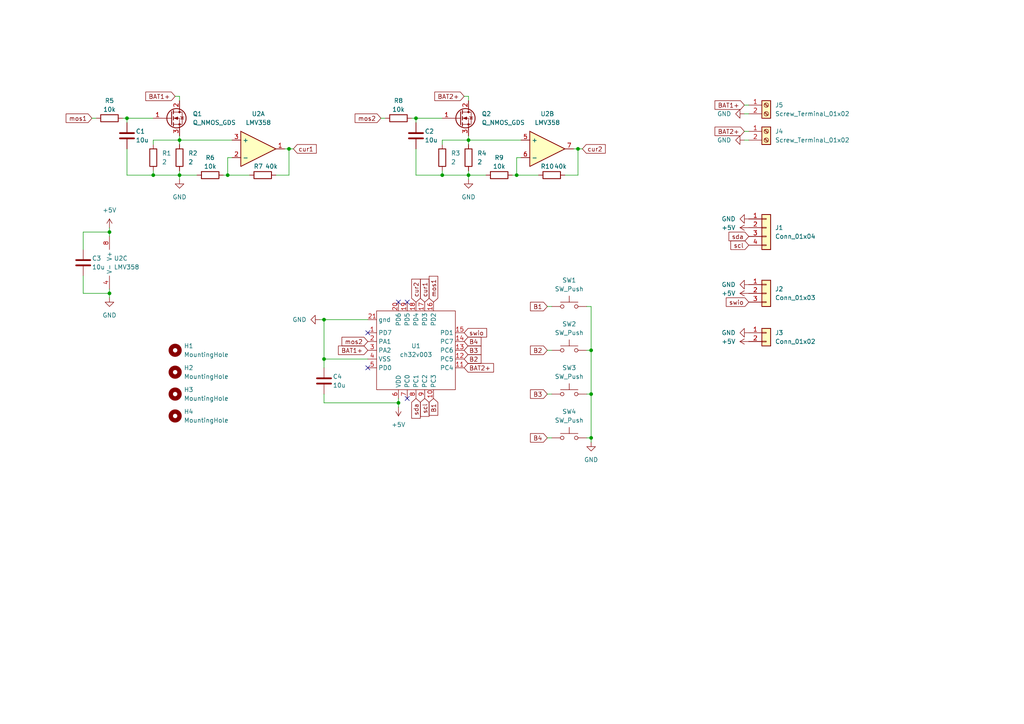
<source format=kicad_sch>
(kicad_sch (version 20250114) (generator "eeschema") (generator_version "9.0")
  (paper "A4")
  (lib_symbols
    (symbol "Connector:Screw_Terminal_01x02" (pin_names (offset 1.016) (hide yes))
      (property "Reference" "J" (at 0 2.54 0))
      (property "Value" "Screw_Terminal_01x02" (at 0 -5.08 0))
      (symbol "Screw_Terminal_01x02_1_1"
        (rectangle (start -1.27 1.27) (end 1.27 -3.81) (stroke (width 0.254)) (fill (type background)))
        (polyline (pts (xy -0.5334 0.3302) (xy 0.3302 -0.508)) (stroke (width 0.1524)))
        (polyline (pts (xy -0.5334 -2.2098) (xy 0.3302 -3.048)) (stroke (width 0.1524)))
        (polyline (pts (xy -0.3556 0.508) (xy 0.508 -0.3302)) (stroke (width 0.1524)))
        (polyline (pts (xy -0.3556 -2.032) (xy 0.508 -2.8702)) (stroke (width 0.1524)))
        (circle (center 0 0) (radius 0.635) (stroke (width 0.1524)))
        (circle (center 0 -2.54) (radius 0.635) (stroke (width 0.1524)))
        (pin passive line (at -5.08 0 0) (length 3.81) (name "Pin_1") (number "1"))
        (pin passive line (at -5.08 -2.54 0) (length 3.81) (name "Pin_2") (number "2"))
      )
    )
    (symbol "Connector_Generic:Conn_01x02" (pin_names (offset 1.016) (hide yes))
      (property "Reference" "J" (at 0 2.54 0))
      (property "Value" "Conn_01x02" (at 0 -5.08 0))
      (symbol "Conn_01x02_1_1"
        (rectangle (start -1.27 1.27) (end 1.27 -3.81) (stroke (width 0.254)) (fill (type background)))
        (rectangle (start -1.27 0.127) (end 0 -0.127) (stroke (width 0.1524)))
        (rectangle (start -1.27 -2.413) (end 0 -2.667) (stroke (width 0.1524)))
        (pin passive line (at -5.08 0 0) (length 3.81) (name "Pin_1") (number "1"))
        (pin passive line (at -5.08 -2.54 0) (length 3.81) (name "Pin_2") (number "2"))
      )
    )
    (symbol "Connector_Generic:Conn_01x03" (pin_names (offset 1.016) (hide yes))
      (property "Reference" "J" (at 0 5.08 0))
      (property "Value" "Conn_01x03" (at 0 -5.08 0))
      (symbol "Conn_01x03_1_1"
        (rectangle (start -1.27 3.81) (end 1.27 -3.81) (stroke (width 0.254)) (fill (type background)))
        (rectangle (start -1.27 2.667) (end 0 2.413) (stroke (width 0.1524)))
        (rectangle (start -1.27 0.127) (end 0 -0.127) (stroke (width 0.1524)))
        (rectangle (start -1.27 -2.413) (end 0 -2.667) (stroke (width 0.1524)))
        (pin passive line (at -5.08 2.54 0) (length 3.81) (name "Pin_1") (number "1"))
        (pin passive line (at -5.08 0 0) (length 3.81) (name "Pin_2") (number "2"))
        (pin passive line (at -5.08 -2.54 0) (length 3.81) (name "Pin_3") (number "3"))
      )
    )
    (symbol "Connector_Generic:Conn_01x04" (pin_names (offset 1.016) (hide yes))
      (property "Reference" "J" (at 0 5.08 0))
      (property "Value" "Conn_01x04" (at 0 -7.62 0))
      (symbol "Conn_01x04_1_1"
        (rectangle (start -1.27 3.81) (end 1.27 -6.35) (stroke (width 0.254)) (fill (type background)))
        (rectangle (start -1.27 2.667) (end 0 2.413) (stroke (width 0.1524)))
        (rectangle (start -1.27 0.127) (end 0 -0.127) (stroke (width 0.1524)))
        (rectangle (start -1.27 -2.413) (end 0 -2.667) (stroke (width 0.1524)))
        (rectangle (start -1.27 -4.953) (end 0 -5.207) (stroke (width 0.1524)))
        (pin passive line (at -5.08 2.54 0) (length 3.81) (name "Pin_1") (number "1"))
        (pin passive line (at -5.08 0 0) (length 3.81) (name "Pin_2") (number "2"))
        (pin passive line (at -5.08 -2.54 0) (length 3.81) (name "Pin_3") (number "3"))
        (pin passive line (at -5.08 -5.08 0) (length 3.81) (name "Pin_4") (number "4"))
      )
    )
    (symbol "Device:C" (pin_numbers (hide yes)) (pin_names (offset 0.254))
      (property "Reference" "C" (at 0.635 2.54 0))
      (property "Value" "C" (at 0.635 -2.54 0))
      (symbol "C_0_1"
        (polyline (pts (xy -2.032 0.762) (xy 2.032 0.762)) (stroke (width 0.508)))
        (polyline (pts (xy -2.032 -0.762) (xy 2.032 -0.762)) (stroke (width 0.508)))
      )
      (symbol "C_1_1"
        (pin passive line (at 0 3.81 270) (length 2.794) (name "~") (number "1"))
        (pin passive line (at 0 -3.81 90) (length 2.794) (name "~") (number "2"))
      )
    )
    (symbol "Device:Opamp_Dual"
      (property "Reference" "U" (at 0 5.08 0))
      (property "Value" "Opamp_Dual" (at 0 -5.08 0))
      (symbol "Opamp_Dual_1_1"
        (polyline (pts (xy -5.08 5.08) (xy 5.08 0) (xy -5.08 -5.08) (xy -5.08 5.08)) (stroke (width 0.254)) (fill (type background)))
        (pin input line (at -7.62 2.54 0) (length 2.54) (name "+") (number "3"))
        (pin input line (at -7.62 -2.54 0) (length 2.54) (name "-") (number "2"))
        (pin output line (at 7.62 0 180) (length 2.54) (name "~") (number "1"))
      )
      (symbol "Opamp_Dual_2_1"
        (polyline (pts (xy -5.08 5.08) (xy 5.08 0) (xy -5.08 -5.08) (xy -5.08 5.08)) (stroke (width 0.254)) (fill (type background)))
        (pin input line (at -7.62 2.54 0) (length 2.54) (name "+") (number "5"))
        (pin input line (at -7.62 -2.54 0) (length 2.54) (name "-") (number "6"))
        (pin output line (at 7.62 0 180) (length 2.54) (name "~") (number "7"))
      )
      (symbol "Opamp_Dual_3_1"
        (pin power_in line (at -2.54 7.62 270) (length 3.81) (name "V+") (number "8"))
        (pin power_in line (at -2.54 -7.62 90) (length 3.81) (name "V-") (number "4"))
      )
    )
    (symbol "Device:Q_NMOS_GDS" (pin_names (offset 0) (hide yes))
      (property "Reference" "Q" (at 5.08 1.27 0))
      (property "Value" "Q_NMOS_GDS" (at 5.08 -1.27 0))
      (symbol "Q_NMOS_GDS_0_1"
        (polyline (pts (xy 0.254 1.905) (xy 0.254 -1.905)) (stroke (width 0.254)))
        (polyline (pts (xy 0.254 0) (xy -2.54 0)))
        (polyline (pts (xy 0.762 2.286) (xy 0.762 1.27)) (stroke (width 0.254)))
        (polyline (pts (xy 0.762 0.508) (xy 0.762 -0.508)) (stroke (width 0.254)))
        (polyline (pts (xy 0.762 -1.27) (xy 0.762 -2.286)) (stroke (width 0.254)))
        (polyline (pts (xy 0.762 -1.778) (xy 3.302 -1.778) (xy 3.302 1.778) (xy 0.762 1.778)))
        (polyline (pts (xy 1.016 0) (xy 2.032 0.381) (xy 2.032 -0.381) (xy 1.016 0)) (fill (type outline)))
        (circle (center 1.651 0) (radius 2.794) (stroke (width 0.254)))
        (polyline (pts (xy 2.54 2.54) (xy 2.54 1.778)))
        (circle (center 2.54 1.778) (radius 0.254) (fill (type outline)))
        (circle (center 2.54 -1.778) (radius 0.254) (fill (type outline)))
        (polyline (pts (xy 2.54 -2.54) (xy 2.54 0) (xy 0.762 0)))
        (polyline (pts (xy 2.794 0.508) (xy 2.921 0.381) (xy 3.683 0.381) (xy 3.81 0.254)))
        (polyline (pts (xy 3.302 0.381) (xy 2.921 -0.254) (xy 3.683 -0.254) (xy 3.302 0.381)))
      )
      (symbol "Q_NMOS_GDS_1_1"
        (pin input line (at -5.08 0 0) (length 2.54) (name "G") (number "1"))
        (pin passive line (at 2.54 5.08 270) (length 2.54) (name "D") (number "2"))
        (pin passive line (at 2.54 -5.08 90) (length 2.54) (name "S") (number "3"))
      )
    )
    (symbol "Device:R" (pin_numbers (hide yes)) (pin_names (offset 0))
      (property "Reference" "R" (at 2.032 0 90))
      (property "Value" "R" (at 0 0 90))
      (symbol "R_0_1"
        (rectangle (start -1.016 -2.54) (end 1.016 2.54) (stroke (width 0.254)))
      )
      (symbol "R_1_1"
        (pin passive line (at 0 3.81 270) (length 1.27) (name "~") (number "1"))
        (pin passive line (at 0 -3.81 90) (length 1.27) (name "~") (number "2"))
      )
    )
    (symbol "Mechanical:MountingHole" (pin_names (offset 1.016))
      (property "Reference" "H" (at 0 5.08 0))
      (property "Value" "MountingHole" (at 0 3.175 0))
      (symbol "MountingHole_0_1"
        (circle (center 0 0) (radius 1.27) (stroke (width 1.27)))
      )
    )
    (symbol "Switch:SW_Push" (pin_numbers (hide yes)) (pin_names (offset 1.016) (hide yes))
      (property "Reference" "SW" (at 1.27 2.54 0))
      (property "Value" "SW_Push" (at 0 -1.524 0))
      (symbol "SW_Push_0_1"
        (circle (center -2.032 0) (radius 0.508))
        (polyline (pts (xy 0 1.27) (xy 0 3.048)))
        (circle (center 2.032 0) (radius 0.508))
        (polyline (pts (xy 2.54 1.27) (xy -2.54 1.27)))
        (pin passive line (at -5.08 0 0) (length 2.54) (name "1") (number "1"))
        (pin passive line (at 5.08 0 180) (length 2.54) (name "2") (number "2"))
      )
    )
    (symbol "my-lib:ch32v003-f4u6"
      (property "Reference" "U" (at 0 1.27 0))
      (property "Value" "ch32v003" (at 0 -1.27 0))
      (symbol "ch32v003-f4u6_0_1"
        (rectangle (start -11.43 11.43) (end 11.43 -11.43))
      )
      (symbol "ch32v003-f4u6_1_1"
        (pin bidirectional line (at -13.97 8.89 0) (length 2.54) (name "gnd") (number "21"))
        (pin bidirectional line (at -13.97 5.08 0) (length 2.54) (name "PD7") (number "1"))
        (pin bidirectional line (at -13.97 2.54 0) (length 2.54) (name "PA1") (number "2"))
        (pin bidirectional line (at -13.97 0 0) (length 2.54) (name "PA2") (number "3"))
        (pin bidirectional line (at -13.97 -2.54 0) (length 2.54) (name "VSS") (number "4"))
        (pin bidirectional line (at -13.97 -5.08 0) (length 2.54) (name "PD0") (number "5"))
        (pin bidirectional line (at -5.08 13.97 270) (length 2.54) (name "PD6") (number "20"))
        (pin bidirectional line (at -5.08 -13.97 90) (length 2.54) (name "VDD") (number "6"))
        (pin bidirectional line (at -2.54 13.97 270) (length 2.54) (name "PD5") (number "19"))
        (pin bidirectional line (at -2.54 -13.97 90) (length 2.54) (name "PC0") (number "7"))
        (pin bidirectional line (at 0 13.97 270) (length 2.54) (name "PD4") (number "18"))
        (pin bidirectional line (at 0 -13.97 90) (length 2.54) (name "PC1") (number "8"))
        (pin bidirectional line (at 2.54 13.97 270) (length 2.54) (name "PD3") (number "17"))
        (pin bidirectional line (at 2.54 -13.97 90) (length 2.54) (name "PC2") (number "9"))
        (pin bidirectional line (at 5.08 13.97 270) (length 2.54) (name "PD2") (number "16"))
        (pin bidirectional line (at 5.08 -13.97 90) (length 2.54) (name "PC3") (number "10"))
        (pin bidirectional line (at 13.97 5.08 180) (length 2.54) (name "PD1") (number "15"))
        (pin bidirectional line (at 13.97 2.54 180) (length 2.54) (name "PC7") (number "14"))
        (pin bidirectional line (at 13.97 0 180) (length 2.54) (name "PC6") (number "13"))
        (pin bidirectional line (at 13.97 -2.54 180) (length 2.54) (name "PC5") (number "12"))
        (pin bidirectional line (at 13.97 -5.08 180) (length 2.54) (name "PC4") (number "11"))
      )
    )
    (symbol "power:+5V" (power) (pin_names (offset 0))
      (property "Value" "+5V" (at 0 3.556 0))
      (symbol "+5V_0_1"
        (polyline (pts (xy -0.762 1.27) (xy 0 2.54)))
        (polyline (pts (xy 0 2.54) (xy 0.762 1.27)))
        (polyline (pts (xy 0 0) (xy 0 2.54)))
      )
      (symbol "+5V_1_1"
        (pin power_in line (at 0 0 90) (length 0) (hide yes) (name "+5V") (number "1"))
      )
    )
    (symbol "power:GND" (power) (pin_names (offset 0))
      (property "Value" "GND" (at 0 -3.81 0))
      (symbol "GND_0_1"
        (polyline (pts (xy 0 0) (xy 0 -1.27) (xy 1.27 -1.27) (xy 0 -2.54) (xy -1.27 -1.27) (xy 0 -1.27)))
      )
      (symbol "GND_1_1"
        (pin power_in line (at 0 0 270) (length 0) (hide yes) (name "GND") (number "1"))
      )
    )
  )
  (junction (at 44.45 50.8))
  (junction (at 135.89 40.64))
  (junction (at 52.07 40.64))
  (junction (at 66.04 50.8))
  (junction (at 171.45 114.3))
  (junction (at 93.98 92.71))
  (junction (at 120.65 34.29))
  (junction (at 149.86 50.8))
  (junction (at 171.45 101.6))
  (junction (at 135.89 50.8))
  (junction (at 36.83 34.29))
  (junction (at 128.27 50.8))
  (junction (at 83.82 43.18))
  (junction (at 167.64 43.18))
  (junction (at 115.57 116.84))
  (junction (at 52.07 50.8))
  (junction (at 171.45 127))
  (junction (at 93.98 104.14))
  (junction (at 31.75 67.31))
  (junction (at 31.75 85.09))
  (no_connect (at 118.11 87.63))
  (no_connect (at 115.57 87.63))
  (no_connect (at 118.11 115.57))
  (no_connect (at 106.68 96.52))
  (no_connect (at 106.68 106.68))
  (wire (pts (xy 52.07 27.94) (xy 52.07 29.21)))
  (wire (pts (xy 119.38 34.29) (xy 120.65 34.29)))
  (wire (pts (xy 52.07 40.64) (xy 52.07 41.91)))
  (wire (pts (xy 171.45 127) (xy 170.18 127)))
  (wire (pts (xy 135.89 50.8) (xy 128.27 50.8)))
  (wire (pts (xy 135.89 27.94) (xy 135.89 29.21)))
  (wire (pts (xy 36.83 35.56) (xy 36.83 34.29)))
  (wire (pts (xy 120.65 43.18) (xy 120.65 50.8)))
  (wire (pts (xy 93.98 92.71) (xy 106.68 92.71)))
  (wire (pts (xy 83.82 43.18) (xy 85.09 43.18)))
  (wire (pts (xy 120.65 35.56) (xy 120.65 34.29)))
  (wire (pts (xy 52.07 50.8) (xy 44.45 50.8)))
  (wire (pts (xy 66.04 50.8) (xy 66.04 45.72)))
  (wire (pts (xy 36.83 43.18) (xy 36.83 50.8)))
  (wire (pts (xy 149.86 50.8) (xy 156.21 50.8)))
  (wire (pts (xy 135.89 49.53) (xy 135.89 50.8)))
  (wire (pts (xy 168.91 43.18) (xy 167.64 43.18)))
  (wire (pts (xy 24.13 85.09) (xy 31.75 85.09)))
  (wire (pts (xy 66.04 50.8) (xy 72.39 50.8)))
  (wire (pts (xy 135.89 39.37) (xy 135.89 40.64)))
  (wire (pts (xy 31.75 66.04) (xy 31.75 67.31)))
  (wire (pts (xy 158.75 114.3) (xy 160.02 114.3)))
  (wire (pts (xy 93.98 104.14) (xy 106.68 104.14)))
  (wire (pts (xy 135.89 50.8) (xy 140.97 50.8)))
  (wire (pts (xy 171.45 88.9) (xy 171.45 101.6)))
  (wire (pts (xy 215.9 38.1) (xy 217.17 38.1)))
  (wire (pts (xy 171.45 101.6) (xy 171.45 114.3)))
  (wire (pts (xy 52.07 52.07) (xy 52.07 50.8)))
  (wire (pts (xy 80.01 50.8) (xy 83.82 50.8)))
  (wire (pts (xy 24.13 80.01) (xy 24.13 85.09)))
  (wire (pts (xy 24.13 72.39) (xy 24.13 67.31)))
  (wire (pts (xy 149.86 45.72) (xy 151.13 45.72)))
  (wire (pts (xy 135.89 40.64) (xy 135.89 41.91)))
  (wire (pts (xy 171.45 128.27) (xy 171.45 127)))
  (wire (pts (xy 31.75 83.82) (xy 31.75 85.09)))
  (wire (pts (xy 158.75 127) (xy 160.02 127)))
  (wire (pts (xy 24.13 67.31) (xy 31.75 67.31)))
  (wire (pts (xy 44.45 41.91) (xy 44.45 40.64)))
  (wire (pts (xy 110.49 34.29) (xy 111.76 34.29)))
  (wire (pts (xy 134.62 27.94) (xy 135.89 27.94)))
  (wire (pts (xy 93.98 114.3) (xy 93.98 116.84)))
  (wire (pts (xy 93.98 116.84) (xy 115.57 116.84)))
  (wire (pts (xy 166.37 43.18) (xy 167.64 43.18)))
  (wire (pts (xy 135.89 52.07) (xy 135.89 50.8)))
  (wire (pts (xy 128.27 40.64) (xy 135.89 40.64)))
  (wire (pts (xy 128.27 41.91) (xy 128.27 40.64)))
  (wire (pts (xy 120.65 34.29) (xy 128.27 34.29)))
  (wire (pts (xy 167.64 50.8) (xy 167.64 43.18)))
  (wire (pts (xy 115.57 115.57) (xy 115.57 116.84)))
  (wire (pts (xy 215.9 40.64) (xy 217.17 40.64)))
  (wire (pts (xy 31.75 85.09) (xy 31.75 86.36)))
  (wire (pts (xy 35.56 34.29) (xy 36.83 34.29)))
  (wire (pts (xy 149.86 50.8) (xy 148.59 50.8)))
  (wire (pts (xy 44.45 50.8) (xy 44.45 49.53)))
  (wire (pts (xy 215.9 30.48) (xy 217.17 30.48)))
  (wire (pts (xy 64.77 50.8) (xy 66.04 50.8)))
  (wire (pts (xy 120.65 50.8) (xy 128.27 50.8)))
  (wire (pts (xy 31.75 67.31) (xy 31.75 68.58)))
  (wire (pts (xy 170.18 101.6) (xy 171.45 101.6)))
  (wire (pts (xy 52.07 49.53) (xy 52.07 50.8)))
  (wire (pts (xy 50.8 27.94) (xy 52.07 27.94)))
  (wire (pts (xy 158.75 101.6) (xy 160.02 101.6)))
  (wire (pts (xy 215.9 33.02) (xy 217.17 33.02)))
  (wire (pts (xy 149.86 45.72) (xy 149.86 50.8)))
  (wire (pts (xy 93.98 92.71) (xy 93.98 104.14)))
  (wire (pts (xy 92.71 92.71) (xy 93.98 92.71)))
  (wire (pts (xy 158.75 88.9) (xy 160.02 88.9)))
  (wire (pts (xy 36.83 50.8) (xy 44.45 50.8)))
  (wire (pts (xy 83.82 50.8) (xy 83.82 43.18)))
  (wire (pts (xy 52.07 39.37) (xy 52.07 40.64)))
  (wire (pts (xy 135.89 40.64) (xy 151.13 40.64)))
  (wire (pts (xy 93.98 104.14) (xy 93.98 106.68)))
  (wire (pts (xy 163.83 50.8) (xy 167.64 50.8)))
  (wire (pts (xy 44.45 40.64) (xy 52.07 40.64)))
  (wire (pts (xy 36.83 34.29) (xy 44.45 34.29)))
  (wire (pts (xy 128.27 50.8) (xy 128.27 49.53)))
  (wire (pts (xy 170.18 114.3) (xy 171.45 114.3)))
  (wire (pts (xy 66.04 45.72) (xy 67.31 45.72)))
  (wire (pts (xy 26.67 34.29) (xy 27.94 34.29)))
  (wire (pts (xy 115.57 118.11) (xy 115.57 116.84)))
  (wire (pts (xy 170.18 88.9) (xy 171.45 88.9)))
  (wire (pts (xy 171.45 114.3) (xy 171.45 127)))
  (wire (pts (xy 82.55 43.18) (xy 83.82 43.18)))
  (wire (pts (xy 52.07 50.8) (xy 57.15 50.8)))
  (wire (pts (xy 52.07 40.64) (xy 67.31 40.64)))
  (global_label "mos1" (shape input) (at 125.73 87.63 90) (property "Intersheetrefs" "${INTERSHEET_REFS}" (effects (hide yes))))
  (global_label "mos1" (shape input) (at 26.67 34.29 180) (property "Intersheetrefs" "${INTERSHEET_REFS}" (effects (hide yes))))
  (global_label "B1" (shape input) (at 125.73 115.57 270) (property "Intersheetrefs" "${INTERSHEET_REFS}" (effects (hide yes))))
  (global_label "B2" (shape input) (at 134.62 104.14 0) (property "Intersheetrefs" "${INTERSHEET_REFS}" (effects (hide yes))))
  (global_label "cur1" (shape input) (at 123.19 87.63 90) (property "Intersheetrefs" "${INTERSHEET_REFS}" (effects (hide yes))))
  (global_label "mos2" (shape input) (at 110.49 34.29 180) (property "Intersheetrefs" "${INTERSHEET_REFS}" (effects (hide yes))))
  (global_label "B4" (shape input) (at 158.75 127 180) (property "Intersheetrefs" "${INTERSHEET_REFS}" (effects (hide yes))))
  (global_label "BAT1+" (shape input) (at 215.9 30.48 180) (property "Intersheetrefs" "${INTERSHEET_REFS}" (effects (hide yes))))
  (global_label "cur1" (shape input) (at 85.09 43.18 0) (property "Intersheetrefs" "${INTERSHEET_REFS}" (effects (hide yes))))
  (global_label "B4" (shape input) (at 134.62 99.06 0) (property "Intersheetrefs" "${INTERSHEET_REFS}" (effects (hide yes))))
  (global_label "B1" (shape input) (at 158.75 88.9 180) (property "Intersheetrefs" "${INTERSHEET_REFS}" (effects (hide yes))))
  (global_label "B2" (shape input) (at 158.75 101.6 180) (property "Intersheetrefs" "${INTERSHEET_REFS}" (effects (hide yes))))
  (global_label "scl" (shape input) (at 217.17 71.12 180) (property "Intersheetrefs" "${INTERSHEET_REFS}" (effects (hide yes))))
  (global_label "mos2" (shape input) (at 106.68 99.06 180) (property "Intersheetrefs" "${INTERSHEET_REFS}" (effects (hide yes))))
  (global_label "sda" (shape input) (at 217.17 68.58 180) (property "Intersheetrefs" "${INTERSHEET_REFS}" (effects (hide yes))))
  (global_label "BAT1+" (shape input) (at 50.8 27.94 180) (property "Intersheetrefs" "${INTERSHEET_REFS}" (effects (hide yes))))
  (global_label "B3" (shape input) (at 134.62 101.6 0) (property "Intersheetrefs" "${INTERSHEET_REFS}" (effects (hide yes))))
  (global_label "BAT2+" (shape input) (at 215.9 38.1 180) (property "Intersheetrefs" "${INTERSHEET_REFS}" (effects (hide yes))))
  (global_label "cur2" (shape input) (at 168.91 43.18 0) (property "Intersheetrefs" "${INTERSHEET_REFS}" (effects (hide yes))))
  (global_label "B3" (shape input) (at 158.75 114.3 180) (property "Intersheetrefs" "${INTERSHEET_REFS}" (effects (hide yes))))
  (global_label "sda" (shape input) (at 120.65 115.57 270) (property "Intersheetrefs" "${INTERSHEET_REFS}" (effects (hide yes))))
  (global_label "BAT2+" (shape input) (at 134.62 27.94 180) (property "Intersheetrefs" "${INTERSHEET_REFS}" (effects (hide yes))))
  (global_label "BAT1+" (shape input) (at 106.68 101.6 180) (property "Intersheetrefs" "${INTERSHEET_REFS}" (effects (hide yes))))
  (global_label "cur2" (shape input) (at 120.65 87.63 90) (property "Intersheetrefs" "${INTERSHEET_REFS}" (effects (hide yes))))
  (global_label "BAT2+" (shape input) (at 134.62 106.68 0) (property "Intersheetrefs" "${INTERSHEET_REFS}" (effects (hide yes))))
  (global_label "swio" (shape input) (at 134.62 96.52 0) (property "Intersheetrefs" "${INTERSHEET_REFS}" (effects (hide yes))))
  (global_label "scl" (shape input) (at 123.19 115.57 270) (property "Intersheetrefs" "${INTERSHEET_REFS}" (effects (hide yes))))
  (global_label "swio" (shape input) (at 217.17 87.63 180) (property "Intersheetrefs" "${INTERSHEET_REFS}" (effects (hide yes))))
  (symbol (lib_id "Device:Opamp_Dual") (at 74.93 43.18 0) (unit 1)
    (property "Reference" "U2" (at 74.93 33.02 0))
    (property "Value" "LMV358" (at 74.93 35.56 0))
    (property "Footprint" "Package_SO:SOP-8_3.9x4.9mm_P1.27mm" (effects (hide yes)))
  )
  (symbol (lib_id "Device:R") (at 52.07 45.72 0) (unit 1)
    (property "Reference" "R2" (at 54.61 44.45 0) (effects (justify left)))
    (property "Value" "2" (at 54.61 46.99 0) (effects (justify left)))
    (property "Footprint" "Resistor_SMD:R_2512_6332Metric" (effects (hide yes)))
  )
  (symbol (lib_id "Device:Q_NMOS_GDS") (at 133.35 34.29 0) (unit 1)
    (property "Reference" "Q2" (at 139.7 33.02 0) (effects (justify left)))
    (property "Value" "Q_NMOS_GDS" (at 139.7 35.56 0) (effects (justify left)))
    (property "Footprint" "Package_TO_SOT_SMD:TO-252-2" (effects (hide yes)))
  )
  (symbol (lib_id "Mechanical:MountingHole") (at 50.8 107.95 0) (unit 1)
    (property "Reference" "H2" (at 53.34 106.68 0) (effects (justify left)))
    (property "Value" "MountingHole" (at 53.34 109.22 0) (effects (justify left)))
    (property "Footprint" "MountingHole:MountingHole_3.2mm_M3" (effects (hide yes)))
  )
  (symbol (lib_id "Mechanical:MountingHole") (at 50.8 114.3 0) (unit 1)
    (property "Reference" "H3" (at 53.34 113.03 0) (effects (justify left)))
    (property "Value" "MountingHole" (at 53.34 115.57 0) (effects (justify left)))
    (property "Footprint" "MountingHole:MountingHole_3.2mm_M3" (effects (hide yes)))
  )
  (symbol (lib_id "Device:Opamp_Dual") (at 34.29 76.2 0) (unit 3)
    (property "Reference" "U2" (at 33.02 74.93 0) (effects (justify left)))
    (property "Value" "LMV358" (at 33.02 77.47 0) (effects (justify left)))
    (property "Footprint" "Package_SO:SOP-8_3.9x4.9mm_P1.27mm" (effects (hide yes)))
  )
  (symbol (lib_id "Device:R") (at 60.96 50.8 270) (unit 1)
    (property "Reference" "R6" (at 60.96 45.72 90))
    (property "Value" "10k" (at 60.96 48.26 90))
    (property "Footprint" "Resistor_SMD:R_0603_1608Metric" (effects (hide yes)))
  )
  (symbol (lib_id "power:+5V") (at 217.17 85.09 90) (unit 1)
    (property "Reference" "#PWR013" (effects (hide yes)))
    (property "Value" "+5V" (at 213.36 85.09 90) (effects (justify left)))
  )
  (symbol (lib_id "Device:C") (at 24.13 76.2 0) (unit 1)
    (property "Reference" "C3" (at 26.67 74.93 0) (effects (justify left)))
    (property "Value" "10u" (at 26.67 77.47 0) (effects (justify left)))
    (property "Footprint" "Capacitor_SMD:C_0603_1608Metric" (effects (hide yes)))
  )
  (symbol (lib_id "Device:Opamp_Dual") (at 158.75 43.18 0) (unit 2)
    (property "Reference" "U2" (at 158.75 33.02 0))
    (property "Value" "LMV358" (at 158.75 35.56 0))
    (property "Footprint" "Package_SO:SOP-8_3.9x4.9mm_P1.27mm" (effects (hide yes)))
  )
  (symbol (lib_id "my-lib:ch32v003-f4u6") (at 120.65 101.6 0) (unit 1)
    (property "Reference" "U1" (at 120.65 100.33 0))
    (property "Value" "ch32v003" (at 120.65 102.87 0))
    (property "Footprint" "Package_DFN_QFN:QFN-20-1EP_3x3mm_P0.4mm_EP1.65x1.65mm" (effects (hide yes)))
  )
  (symbol (lib_id "power:GND") (at 217.17 82.55 270) (unit 1)
    (property "Reference" "#PWR012" (effects (hide yes)))
    (property "Value" "GND" (at 213.36 82.55 90) (effects (justify right)))
  )
  (symbol (lib_id "Device:C") (at 120.65 39.37 0) (unit 1)
    (property "Reference" "C2" (at 123.19 38.1 0) (effects (justify left)))
    (property "Value" "10u" (at 123.19 40.64 0) (effects (justify left)))
    (property "Footprint" "Capacitor_SMD:C_0603_1608Metric" (effects (hide yes)))
  )
  (symbol (lib_id "Device:C") (at 36.83 39.37 0) (unit 1)
    (property "Reference" "C1" (at 39.37 38.1 0) (effects (justify left)))
    (property "Value" "10u" (at 39.37 40.64 0) (effects (justify left)))
    (property "Footprint" "Capacitor_SMD:C_0603_1608Metric" (effects (hide yes)))
  )
  (symbol (lib_id "Mechanical:MountingHole") (at 50.8 101.6 0) (unit 1)
    (property "Reference" "H1" (at 53.34 100.33 0) (effects (justify left)))
    (property "Value" "MountingHole" (at 53.34 102.87 0) (effects (justify left)))
    (property "Footprint" "MountingHole:MountingHole_3.2mm_M3" (effects (hide yes)))
  )
  (symbol (lib_id "Device:Q_NMOS_GDS") (at 49.53 34.29 0) (unit 1)
    (property "Reference" "Q1" (at 55.88 33.02 0) (effects (justify left)))
    (property "Value" "Q_NMOS_GDS" (at 55.88 35.56 0) (effects (justify left)))
    (property "Footprint" "Package_TO_SOT_SMD:TO-252-2" (effects (hide yes)))
  )
  (symbol (lib_id "power:+5V") (at 217.17 66.04 90) (unit 1)
    (property "Reference" "#PWR011" (effects (hide yes)))
    (property "Value" "+5V" (at 213.36 66.04 90) (effects (justify left)))
  )
  (symbol (lib_id "power:GND") (at 31.75 86.36 0) (unit 1)
    (property "Reference" "#PWR06" (effects (hide yes)))
    (property "Value" "GND" (at 31.75 91.44 0))
  )
  (symbol (lib_id "Connector_Generic:Conn_01x04") (at 222.25 66.04 0) (unit 1)
    (property "Reference" "J1" (at 224.79 66.04 0) (effects (justify left)))
    (property "Value" "Conn_01x04" (at 224.79 68.58 0) (effects (justify left)))
    (property "Footprint" "my-lib:module-oled-0.96" (effects (hide yes)))
  )
  (symbol (lib_id "Mechanical:MountingHole") (at 50.8 120.65 0) (unit 1)
    (property "Reference" "H4" (at 53.34 119.38 0) (effects (justify left)))
    (property "Value" "MountingHole" (at 53.34 121.92 0) (effects (justify left)))
    (property "Footprint" "MountingHole:MountingHole_3.2mm_M3" (effects (hide yes)))
  )
  (symbol (lib_id "power:+5V") (at 31.75 66.04 0) (unit 1)
    (property "Reference" "#PWR07" (effects (hide yes)))
    (property "Value" "+5V" (at 31.75 60.96 0))
  )
  (symbol (lib_id "Switch:SW_Push") (at 165.1 114.3 0) (unit 1)
    (property "Reference" "SW3" (at 165.1 106.68 0))
    (property "Value" "SW_Push" (at 165.1 109.22 0))
    (property "Footprint" "my-lib:sw-4.5mm" (effects (hide yes)))
  )
  (symbol (lib_id "Device:R") (at 144.78 50.8 270) (unit 1)
    (property "Reference" "R9" (at 144.78 45.72 90))
    (property "Value" "10k" (at 144.78 48.26 90))
    (property "Footprint" "Resistor_SMD:R_0603_1608Metric" (effects (hide yes)))
  )
  (symbol (lib_id "power:GND") (at 215.9 40.64 270) (unit 1)
    (property "Reference" "#PWR03" (effects (hide yes)))
    (property "Value" "GND" (at 212.09 40.64 90) (effects (justify right)))
  )
  (symbol (lib_id "Switch:SW_Push") (at 165.1 127 0) (unit 1)
    (property "Reference" "SW4" (at 165.1 119.38 0))
    (property "Value" "SW_Push" (at 165.1 121.92 0))
    (property "Footprint" "my-lib:sw-4.5mm" (effects (hide yes)))
  )
  (symbol (lib_id "Device:R") (at 160.02 50.8 90) (unit 1)
    (property "Reference" "R10" (at 158.75 48.26 90))
    (property "Value" "40k" (at 162.56 48.26 90))
    (property "Footprint" "Resistor_SMD:R_0603_1608Metric" (effects (hide yes)))
  )
  (symbol (lib_id "Switch:SW_Push") (at 165.1 88.9 0) (unit 1)
    (property "Reference" "SW1" (at 165.1 81.28 0))
    (property "Value" "SW_Push" (at 165.1 83.82 0))
    (property "Footprint" "my-lib:sw-4.5mm" (effects (hide yes)))
  )
  (symbol (lib_id "power:+5V") (at 115.57 118.11 180) (unit 1)
    (property "Reference" "#PWR08" (effects (hide yes)))
    (property "Value" "+5V" (at 115.57 123.19 0))
  )
  (symbol (lib_id "Device:R") (at 31.75 34.29 270) (unit 1)
    (property "Reference" "R5" (at 31.75 29.21 90))
    (property "Value" "10k" (at 31.75 31.75 90))
    (property "Footprint" "Resistor_SMD:R_0603_1608Metric" (effects (hide yes)))
  )
  (symbol (lib_id "Device:R") (at 128.27 45.72 0) (unit 1)
    (property "Reference" "R3" (at 130.81 44.45 0) (effects (justify left)))
    (property "Value" "2" (at 130.81 46.99 0) (effects (justify left)))
    (property "Footprint" "Resistor_SMD:R_2512_6332Metric" (effects (hide yes)))
  )
  (symbol (lib_id "power:GND") (at 215.9 33.02 270) (mirror x) (unit 1)
    (property "Reference" "#PWR02" (effects (hide yes)))
    (property "Value" "GND" (at 212.09 33.02 90) (effects (justify right)))
  )
  (symbol (lib_id "Connector:Screw_Terminal_01x02") (at 222.25 38.1 0) (unit 1)
    (property "Reference" "J4" (at 224.79 38.1 0) (effects (justify left)))
    (property "Value" "Screw_Terminal_01x02" (at 224.79 40.64 0) (effects (justify left)))
    (property "Footprint" "my-lib:screw-terminal-P5.00mm-1x02" (effects (hide yes)))
  )
  (symbol (lib_id "Connector_Generic:Conn_01x03") (at 222.25 85.09 0) (unit 1)
    (property "Reference" "J2" (at 224.79 83.82 0) (effects (justify left)))
    (property "Value" "Conn_01x03" (at 224.79 86.36 0) (effects (justify left)))
    (property "Footprint" "my-lib:pin-header-2.5mm-3" (effects (hide yes)))
  )
  (symbol (lib_id "power:GND") (at 135.89 52.07 0) (unit 1)
    (property "Reference" "#PWR04" (effects (hide yes)))
    (property "Value" "GND" (at 135.89 57.15 0))
  )
  (symbol (lib_id "power:GND") (at 171.45 128.27 0) (unit 1)
    (property "Reference" "#PWR09" (effects (hide yes)))
    (property "Value" "GND" (at 171.45 133.35 0))
  )
  (symbol (lib_id "Device:R") (at 44.45 45.72 0) (unit 1)
    (property "Reference" "R1" (at 46.99 44.45 0) (effects (justify left)))
    (property "Value" "2" (at 46.99 46.99 0) (effects (justify left)))
    (property "Footprint" "Resistor_SMD:R_2512_6332Metric" (effects (hide yes)))
  )
  (symbol (lib_id "Switch:SW_Push") (at 165.1 101.6 0) (unit 1)
    (property "Reference" "SW2" (at 165.1 93.98 0))
    (property "Value" "SW_Push" (at 165.1 96.52 0))
    (property "Footprint" "my-lib:sw-4.5mm" (effects (hide yes)))
  )
  (symbol (lib_id "power:GND") (at 92.71 92.71 270) (unit 1)
    (property "Reference" "#PWR05" (effects (hide yes)))
    (property "Value" "GND" (at 88.9 92.71 90) (effects (justify right)))
  )
  (symbol (lib_id "power:GND") (at 52.07 52.07 0) (unit 1)
    (property "Reference" "#PWR01" (effects (hide yes)))
    (property "Value" "GND" (at 52.07 57.15 0))
  )
  (symbol (lib_id "Connector:Screw_Terminal_01x02") (at 222.25 30.48 0) (unit 1)
    (property "Reference" "J5" (at 224.79 30.48 0) (effects (justify left)))
    (property "Value" "Screw_Terminal_01x02" (at 224.79 33.02 0) (effects (justify left)))
    (property "Footprint" "my-lib:screw-terminal-P5.00mm-1x02" (effects (hide yes)))
  )
  (symbol (lib_id "Device:C") (at 93.98 110.49 0) (unit 1)
    (property "Reference" "C4" (at 96.52 109.22 0) (effects (justify left)))
    (property "Value" "10u" (at 96.52 111.76 0) (effects (justify left)))
    (property "Footprint" "Capacitor_SMD:C_0603_1608Metric" (effects (hide yes)))
  )
  (symbol (lib_id "power:GND") (at 217.17 63.5 270) (unit 1)
    (property "Reference" "#PWR010" (effects (hide yes)))
    (property "Value" "GND" (at 213.36 63.5 90) (effects (justify right)))
  )
  (symbol (lib_id "Device:R") (at 135.89 45.72 0) (unit 1)
    (property "Reference" "R4" (at 138.43 44.45 0) (effects (justify left)))
    (property "Value" "2" (at 138.43 46.99 0) (effects (justify left)))
    (property "Footprint" "Resistor_SMD:R_2512_6332Metric" (effects (hide yes)))
  )
  (symbol (lib_id "Device:R") (at 76.2 50.8 90) (unit 1)
    (property "Reference" "R7" (at 74.93 48.26 90))
    (property "Value" "40k" (at 78.74 48.26 90))
    (property "Footprint" "Resistor_SMD:R_0603_1608Metric" (effects (hide yes)))
  )
  (symbol (lib_id "power:+5V") (at 217.17 99.06 90) (unit 1)
    (property "Reference" "#PWR015" (effects (hide yes)))
    (property "Value" "+5V" (at 213.36 99.06 90) (effects (justify left)))
  )
  (symbol (lib_id "power:GND") (at 217.17 96.52 270) (unit 1)
    (property "Reference" "#PWR014" (effects (hide yes)))
    (property "Value" "GND" (at 213.36 96.52 90) (effects (justify right)))
  )
  (symbol (lib_id "Connector_Generic:Conn_01x02") (at 222.25 96.52 0) (unit 1)
    (property "Reference" "J3" (at 224.79 96.52 0) (effects (justify left)))
    (property "Value" "Conn_01x02" (at 224.79 99.06 0) (effects (justify left)))
    (property "Footprint" "my-lib:pin-header-2.5mm-2" (effects (hide yes)))
  )
  (symbol (lib_id "Device:R") (at 115.57 34.29 270) (unit 1)
    (property "Reference" "R8" (at 115.57 29.21 90))
    (property "Value" "10k" (at 115.57 31.75 90))
    (property "Footprint" "Resistor_SMD:R_0603_1608Metric" (effects (hide yes)))
  )
)
</source>
